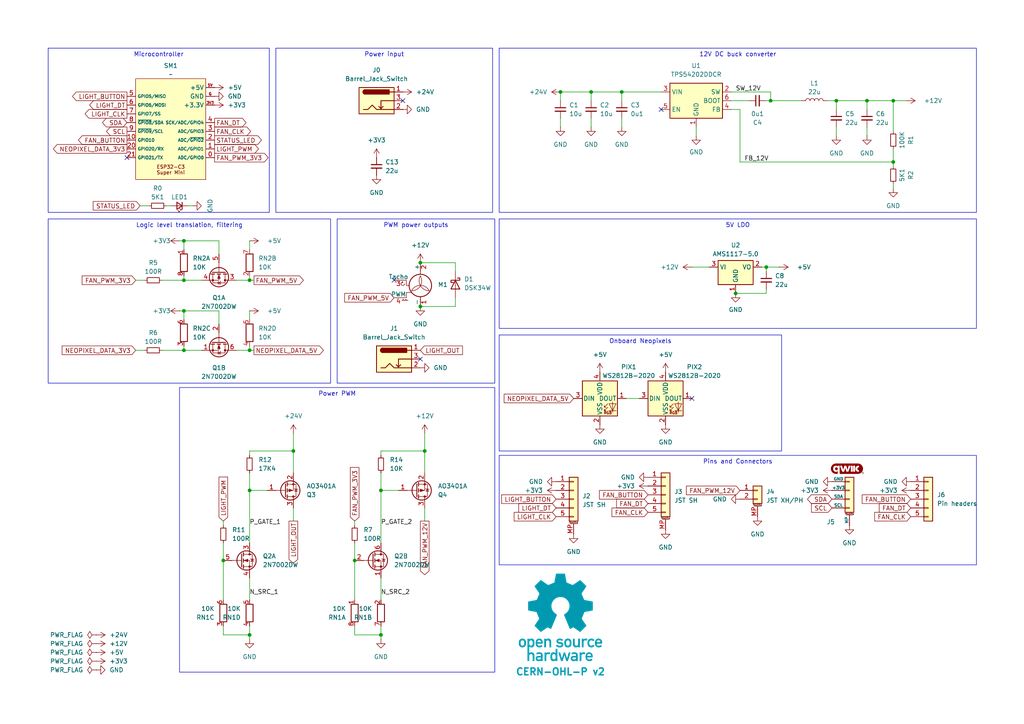
<source format=kicad_sch>
(kicad_sch (version 20231120) (generator "eeschema") (generator_version "8.0")
  (paper "A4")
  (junction (at 53.34 69.85))
  (junction (at 213.36 85.09))
  (junction (at 162.56 26.67))
  (junction (at 110.49 142.24))
  (junction (at 121.92 76.2))
  (junction (at 64.77 162.56))
  (junction (at 171.45 26.67))
  (junction (at 123.19 130.81))
  (junction (at 180.34 26.67))
  (junction (at 222.25 77.47))
  (junction (at 53.34 101.6))
  (junction (at 53.34 81.28))
  (junction (at 110.49 184.15))
  (junction (at 53.34 90.17))
  (junction (at 102.87 162.56))
  (junction (at 259.08 46.99))
  (junction (at 251.46 29.21))
  (junction (at 72.39 81.28))
  (junction (at 242.57 29.21))
  (junction (at 72.39 184.15))
  (junction (at 223.52 29.21))
  (junction (at 72.39 142.24))
  (junction (at 121.92 88.9))
  (junction (at 259.08 29.21))
  (junction (at 85.09 130.81))
  (junction (at 72.39 101.6))
  (no_connect (at 200.66 115.57))
  (no_connect (at 121.92 104.14))
  (no_connect (at 191.77 31.75))
  (no_connect (at 114.3 81.28))
  (no_connect (at 36.83 45.72))
  (no_connect (at 116.84 29.21))
  (wire (pts (xy 242.57 29.21) (xy 251.46 29.21)))
  (wire (pts (xy 72.39 142.24) (xy 72.39 157.48)))
  (wire (pts (xy 132.08 76.2) (xy 121.92 76.2)))
  (wire (pts (xy 52.07 69.85) (xy 53.34 69.85)))
  (wire (pts (xy 214.63 31.75) (xy 212.09 31.75)))
  (wire (pts (xy 53.34 69.85) (xy 53.34 72.39)))
  (wire (pts (xy 132.08 78.74) (xy 132.08 76.2)))
  (wire (pts (xy 72.39 167.64) (xy 72.39 173.99)))
  (wire (pts (xy 52.07 90.17) (xy 53.34 90.17)))
  (wire (pts (xy 72.39 69.85) (xy 72.39 72.39)))
  (wire (pts (xy 251.46 29.21) (xy 259.08 29.21)))
  (wire (pts (xy 110.49 184.15) (xy 110.49 185.42)))
  (wire (pts (xy 123.19 130.81) (xy 123.19 137.16)))
  (wire (pts (xy 213.36 85.09) (xy 222.25 85.09)))
  (wire (pts (xy 72.39 101.6) (xy 73.66 101.6)))
  (wire (pts (xy 110.49 142.24) (xy 115.57 142.24)))
  (wire (pts (xy 102.87 157.48) (xy 102.87 162.56)))
  (wire (pts (xy 110.49 167.64) (xy 110.49 173.99)))
  (wire (pts (xy 123.19 125.73) (xy 123.19 130.81)))
  (wire (pts (xy 72.39 132.08) (xy 72.39 130.81)))
  (wire (pts (xy 180.34 26.67) (xy 191.77 26.67)))
  (wire (pts (xy 63.5 73.66) (xy 63.5 69.85)))
  (wire (pts (xy 222.25 29.21) (xy 223.52 29.21)))
  (wire (pts (xy 102.87 151.13) (xy 102.87 152.4)))
  (wire (pts (xy 72.39 184.15) (xy 72.39 185.42)))
  (wire (pts (xy 39.37 81.28) (xy 41.91 81.28)))
  (wire (pts (xy 251.46 31.75) (xy 251.46 29.21)))
  (wire (pts (xy 226.06 77.47) (xy 222.25 77.47)))
  (wire (pts (xy 180.34 36.83) (xy 180.34 34.29)))
  (wire (pts (xy 214.63 46.99) (xy 214.63 31.75)))
  (wire (pts (xy 63.5 93.98) (xy 63.5 90.17)))
  (wire (pts (xy 72.39 90.17) (xy 72.39 92.71)))
  (wire (pts (xy 64.77 157.48) (xy 64.77 162.56)))
  (wire (pts (xy 55.88 59.69) (xy 54.61 59.69)))
  (wire (pts (xy 110.49 142.24) (xy 110.49 157.48)))
  (wire (pts (xy 242.57 39.37) (xy 242.57 36.83)))
  (wire (pts (xy 200.66 77.47) (xy 205.74 77.47)))
  (wire (pts (xy 46.99 101.6) (xy 53.34 101.6)))
  (wire (pts (xy 39.37 101.6) (xy 41.91 101.6)))
  (wire (pts (xy 102.87 181.61) (xy 102.87 184.15)))
  (wire (pts (xy 212.09 29.21) (xy 217.17 29.21)))
  (wire (pts (xy 110.49 181.61) (xy 110.49 184.15)))
  (wire (pts (xy 53.34 80.01) (xy 53.34 81.28)))
  (wire (pts (xy 102.87 162.56) (xy 102.87 173.99)))
  (wire (pts (xy 53.34 100.33) (xy 53.34 101.6)))
  (wire (pts (xy 259.08 46.99) (xy 259.08 48.26)))
  (wire (pts (xy 53.34 69.85) (xy 63.5 69.85)))
  (wire (pts (xy 222.25 77.47) (xy 220.98 77.47)))
  (wire (pts (xy 85.09 151.13) (xy 85.09 147.32)))
  (wire (pts (xy 181.61 115.57) (xy 185.42 115.57)))
  (wire (pts (xy 222.25 85.09) (xy 222.25 83.82)))
  (wire (pts (xy 171.45 29.21) (xy 171.45 26.67)))
  (wire (pts (xy 110.49 137.16) (xy 110.49 142.24)))
  (wire (pts (xy 123.19 151.13) (xy 123.19 147.32)))
  (wire (pts (xy 72.39 81.28) (xy 73.66 81.28)))
  (wire (pts (xy 72.39 100.33) (xy 72.39 101.6)))
  (wire (pts (xy 64.77 162.56) (xy 64.77 173.99)))
  (wire (pts (xy 222.25 77.47) (xy 222.25 78.74)))
  (wire (pts (xy 68.58 81.28) (xy 72.39 81.28)))
  (wire (pts (xy 162.56 36.83) (xy 162.56 34.29)))
  (wire (pts (xy 212.09 26.67) (xy 223.52 26.67)))
  (wire (pts (xy 102.87 184.15) (xy 110.49 184.15)))
  (wire (pts (xy 259.08 29.21) (xy 259.08 38.1)))
  (wire (pts (xy 214.63 46.99) (xy 259.08 46.99)))
  (wire (pts (xy 68.58 101.6) (xy 72.39 101.6)))
  (wire (pts (xy 132.08 86.36) (xy 132.08 88.9)))
  (wire (pts (xy 121.92 88.9) (xy 132.08 88.9)))
  (wire (pts (xy 259.08 54.61) (xy 259.08 53.34)))
  (wire (pts (xy 72.39 137.16) (xy 72.39 142.24)))
  (wire (pts (xy 223.52 29.21) (xy 232.41 29.21)))
  (wire (pts (xy 64.77 181.61) (xy 64.77 184.15)))
  (wire (pts (xy 110.49 130.81) (xy 123.19 130.81)))
  (wire (pts (xy 64.77 151.13) (xy 64.77 152.4)))
  (wire (pts (xy 110.49 132.08) (xy 110.49 130.81)))
  (wire (pts (xy 251.46 39.37) (xy 251.46 36.83)))
  (wire (pts (xy 72.39 181.61) (xy 72.39 184.15)))
  (wire (pts (xy 72.39 80.01) (xy 72.39 81.28)))
  (wire (pts (xy 53.34 101.6) (xy 58.42 101.6)))
  (wire (pts (xy 43.18 59.69) (xy 40.64 59.69)))
  (wire (pts (xy 171.45 26.67) (xy 180.34 26.67)))
  (wire (pts (xy 162.56 26.67) (xy 171.45 26.67)))
  (wire (pts (xy 46.99 81.28) (xy 53.34 81.28)))
  (wire (pts (xy 72.39 142.24) (xy 77.47 142.24)))
  (wire (pts (xy 223.52 26.67) (xy 223.52 29.21)))
  (wire (pts (xy 85.09 130.81) (xy 85.09 137.16)))
  (wire (pts (xy 259.08 43.18) (xy 259.08 46.99)))
  (wire (pts (xy 53.34 90.17) (xy 53.34 92.71)))
  (wire (pts (xy 53.34 90.17) (xy 63.5 90.17)))
  (wire (pts (xy 259.08 29.21) (xy 262.89 29.21)))
  (wire (pts (xy 242.57 29.21) (xy 242.57 31.75)))
  (wire (pts (xy 162.56 29.21) (xy 162.56 26.67)))
  (wire (pts (xy 72.39 130.81) (xy 85.09 130.81)))
  (wire (pts (xy 53.34 81.28) (xy 58.42 81.28)))
  (wire (pts (xy 85.09 125.73) (xy 85.09 130.81)))
  (wire (pts (xy 64.77 184.15) (xy 72.39 184.15)))
  (wire (pts (xy 48.26 59.69) (xy 49.53 59.69)))
  (wire (pts (xy 180.34 29.21) (xy 180.34 26.67)))
  (wire (pts (xy 240.03 29.21) (xy 242.57 29.21)))
  (wire (pts (xy 201.93 39.37) (xy 201.93 36.83)))
  (wire (pts (xy 171.45 36.83) (xy 171.45 34.29)))
  (image (at 162.56 179.07) (scale 0.37481))
  (text_box "Power input" (at 80.01 13.97 0) (size 62.865 47.625) (effects (font (size 1.27 1.27)) (justify top)))
  (text_box "12V DC buck converter" (at 144.78 13.97 0) (size 138.43 47.625) (effects (font (size 1.27 1.27)) (justify top)))
  (text_box "5V LDO" (at 144.78 63.5 0) (size 138.43 31.75) (effects (font (size 1.27 1.27)) (justify top)))
  (text_box "Microcontroller" (at 13.97 13.97 0) (size 64.135 47.625) (effects (font (size 1.27 1.27)) (justify top)))
  (text_box "PWM power outputs" (at 97.79 63.5 0) (size 45.72 47.625) (effects (font (size 1.27 1.27)) (justify top)))
  (text_box "Onboard Neopixels" (at 144.78 97.155 0) (size 81.915 33.655) (effects (font (size 1.27 1.27)) (justify top)))
  (text_box "Pins and Connectors" (at 144.78 132.08 0) (size 138.43 31.75) (effects (font (size 1.27 1.27)) (justify top)))
  (text_box "Logic level translation, filtering" (at 13.97 63.5 0) (size 81.915 47.625) (effects (font (size 1.27 1.27)) (justify top)))
  (text_box "Power PWM" (at 52.07 112.395 0) (size 91.44 82.55) (effects (font (size 1.27 1.27)) (justify top)))
  (text "CERN-OHL-P v2" (at 162.56 195.072 0) (effects (font (size 2 2) (thickness 0.4) (bold yes))))
  (label "N_SRC_2" (at 110.49 172.72 0))
  (label "SW_12V" (at 213.36 26.67 0))
  (label "N_SRC_1" (at 72.39 172.72 0))
  (label "FB_12V" (at 215.9 46.99 0))
  (label "P_GATE_2" (at 110.49 152.4 0))
  (label "P_GATE_1" (at 72.39 152.4 0))
  (global_label "FAN_PWM_5V" (shape input) (at 114.3 86.36 180) (property "Intersheetrefs" "${INTERSHEET_REFS}" (effects (hide yes))))
  (global_label "LIGHT_PWM" (shape output) (at 62.23 43.18 0) (property "Intersheetrefs" "${INTERSHEET_REFS}" (effects (hide yes))))
  (global_label "FAN_PWM_3V3" (shape output) (at 62.23 45.72 0) (property "Intersheetrefs" "${INTERSHEET_REFS}" (effects (hide yes))))
  (global_label "FAN_CLK" (shape output) (at 62.23 38.1 0) (property "Intersheetrefs" "${INTERSHEET_REFS}" (effects (hide yes))))
  (global_label "LIGHT_BUTTON" (shape output) (at 36.83 27.94 180) (property "Intersheetrefs" "${INTERSHEET_REFS}" (effects (hide yes))))
  (global_label "FAN_BUTTON" (shape input) (at 264.16 144.78 180) (property "Intersheetrefs" "${INTERSHEET_REFS}" (effects (hide yes))))
  (global_label "FAN_CLK" (shape input) (at 187.96 148.59 180) (property "Intersheetrefs" "${INTERSHEET_REFS}" (effects (hide yes))))
  (global_label "LIGHT_BUTTON" (shape input) (at 161.29 144.78 180) (property "Intersheetrefs" "${INTERSHEET_REFS}" (effects (hide yes))))
  (global_label "FAN_PWM_3V3" (shape input) (at 102.87 151.13 90) (property "Intersheetrefs" "${INTERSHEET_REFS}" (effects (hide yes))))
  (global_label "LIGHT_PWM" (shape input) (at 64.77 151.13 90) (property "Intersheetrefs" "${INTERSHEET_REFS}" (effects (hide yes))))
  (global_label "FAN_PWM_12V" (shape output) (at 123.19 151.13 270) (property "Intersheetrefs" "${INTERSHEET_REFS}" (effects (hide yes))))
  (global_label "FAN_DT" (shape input) (at 187.96 146.05 180) (property "Intersheetrefs" "${INTERSHEET_REFS}" (effects (hide yes))))
  (global_label "SDA" (shape bidirectional) (at 36.83 35.56 180) (property "Intersheetrefs" "${INTERSHEET_REFS}" (effects (hide yes))))
  (global_label "STATUS_LED" (shape input) (at 40.64 59.69 180) (property "Intersheetrefs" "${INTERSHEET_REFS}" (effects (hide yes))))
  (global_label "FAN_PWM_3V3" (shape input) (at 39.37 81.28 180) (property "Intersheetrefs" "${INTERSHEET_REFS}" (effects (hide yes))))
  (global_label "NEOPIXEL_DATA_3V3" (shape output) (at 36.83 43.18 180) (property "Intersheetrefs" "${INTERSHEET_REFS}" (effects (hide yes))))
  (global_label "FAN_PWM_12V" (shape input) (at 214.63 142.24 180) (property "Intersheetrefs" "${INTERSHEET_REFS}" (effects (hide yes))))
  (global_label "NEOPIXEL_DATA_5V" (shape input) (at 166.37 115.57 180) (property "Intersheetrefs" "${INTERSHEET_REFS}" (effects (hide yes))))
  (global_label "LIGHT_OUT" (shape input) (at 121.92 101.6 0) (property "Intersheetrefs" "${INTERSHEET_REFS}" (effects (hide yes))))
  (global_label "SCL" (shape output) (at 36.83 38.1 180) (property "Intersheetrefs" "${INTERSHEET_REFS}" (effects (hide yes))))
  (global_label "LIGHT_CLK" (shape input) (at 161.29 149.86 180) (property "Intersheetrefs" "${INTERSHEET_REFS}" (effects (hide yes))))
  (global_label "FAN_CLK" (shape input) (at 264.16 149.86 180) (property "Intersheetrefs" "${INTERSHEET_REFS}" (effects (hide yes))))
  (global_label "SCL" (shape input) (at 241.3 147.32 180) (property "Intersheetrefs" "${INTERSHEET_REFS}" (effects (hide yes))))
  (global_label "FAN_DT" (shape input) (at 264.16 147.32 180) (property "Intersheetrefs" "${INTERSHEET_REFS}" (effects (hide yes))))
  (global_label "LIGHT_OUT" (shape output) (at 85.09 151.13 270) (property "Intersheetrefs" "${INTERSHEET_REFS}" (effects (hide yes))))
  (global_label "LIGHT_CLK" (shape output) (at 36.83 33.02 180) (property "Intersheetrefs" "${INTERSHEET_REFS}" (effects (hide yes))))
  (global_label "LIGHT_DT" (shape output) (at 36.83 30.48 180) (property "Intersheetrefs" "${INTERSHEET_REFS}" (effects (hide yes))))
  (global_label "NEOPIXEL_DATA_5V" (shape output) (at 73.66 101.6 0) (property "Intersheetrefs" "${INTERSHEET_REFS}" (effects (hide yes))))
  (global_label "FAN_BUTTON" (shape input) (at 187.96 143.51 180) (property "Intersheetrefs" "${INTERSHEET_REFS}" (effects (hide yes))))
  (global_label "FAN_DT" (shape output) (at 62.23 35.56 0) (property "Intersheetrefs" "${INTERSHEET_REFS}" (effects (hide yes))))
  (global_label "STATUS_LED" (shape output) (at 62.23 40.64 0) (property "Intersheetrefs" "${INTERSHEET_REFS}" (effects (hide yes))))
  (global_label "FAN_PWM_5V" (shape output) (at 73.66 81.28 0) (property "Intersheetrefs" "${INTERSHEET_REFS}" (effects (hide yes))))
  (global_label "NEOPIXEL_DATA_3V3" (shape input) (at 39.37 101.6 180) (property "Intersheetrefs" "${INTERSHEET_REFS}" (effects (hide yes))))
  (global_label "SDA" (shape bidirectional) (at 241.3 144.78 180) (property "Intersheetrefs" "${INTERSHEET_REFS}" (effects (hide yes))))
  (global_label "FAN_BUTTON" (shape output) (at 36.83 40.64 180) (property "Intersheetrefs" "${INTERSHEET_REFS}" (effects (hide yes))))
  (global_label "LIGHT_DT" (shape input) (at 161.29 147.32 180) (property "Intersheetrefs" "${INTERSHEET_REFS}" (effects (hide yes))))
  (symbol (lib_id "Device:R_Pack04_Split") (at 72.39 177.8 0) (unit 4)
    (property "Reference" "RN1" (at 69.85 179.0701 0) (effects (justify right)))
    (property "Value" "10K" (at 69.85 176.5301 0) (effects (justify right)))
    (property "Footprint" "Resistor_SMD:R_Array_Convex_4x0603" (effects (hide yes)))
    (property "Description" "4 resistor network, parallel topology, split" (effects (hide yes)))
  )
  (symbol (lib_id "Device:C_Small") (at 242.57 34.29 0) (unit 1)
    (property "Reference" "C5" (at 245.11 33.0262 0) (effects (justify left)))
    (property "Value" "22u" (at 245.11 35.5662 0) (effects (justify left)))
    (property "Footprint" "custom:C_0805_2012Metric_Pad1.18x1.45mm_HandSolder" (effects (hide yes)))
    (property "Description" "Unpolarized capacitor, small symbol" (effects (hide yes)))
  )
  (symbol (lib_id "power:GND") (at 62.23 27.94 90) (mirror x) (unit 1)
    (property "Reference" "#PWR05" (effects (hide yes)))
    (property "Value" "GND" (at 66.04 27.9401 90) (effects (justify right)))
    (property "Description" "Power symbol creates a global label with name \"GND\" , ground" (effects (hide yes)))
  )
  (symbol (lib_id "Device:R_Pack04_Split") (at 72.39 76.2 0) (unit 2)
    (property "Reference" "RN2" (at 74.93 74.9299 0) (effects (justify left)))
    (property "Value" "10K" (at 74.93 77.4699 0) (effects (justify left)))
    (property "Footprint" "Resistor_SMD:R_Array_Convex_4x0603" (effects (hide yes)))
    (property "Description" "4 resistor network, parallel topology, split" (effects (hide yes)))
  )
  (symbol (lib_id "power:+5V") (at 173.99 107.95 0) (unit 1)
    (property "Reference" "#PWR043" (effects (hide yes)))
    (property "Value" "+5V" (at 173.99 102.87 0))
    (property "Description" "Power symbol creates a global label with name \"+5V\"" (effects (hide yes)))
  )
  (symbol (lib_id "Device:R_Small") (at 45.72 59.69 270) (mirror x) (unit 1)
    (property "Reference" "R0" (at 45.72 54.61 90))
    (property "Value" "5K1" (at 45.72 57.15 90))
    (property "Footprint" "Resistor_SMD:R_0603_1608Metric_Pad0.98x0.95mm_HandSolder" (effects (hide yes)))
    (property "Description" "Resistor, small symbol" (effects (hide yes)))
  )
  (symbol (lib_id "Device:R_Small") (at 72.39 134.62 0) (unit 1)
    (property "Reference" "R12" (at 74.93 133.3499 0) (effects (justify left)))
    (property "Value" "17K4" (at 74.93 135.8899 0) (effects (justify left)))
    (property "Footprint" "Resistor_SMD:R_0603_1608Metric_Pad0.98x0.95mm_HandSolder" (effects (hide yes)))
    (property "Description" "Resistor, small symbol" (effects (hide yes)))
  )
  (symbol (lib_id "power:VCC") (at 123.19 125.73 0) (unit 1)
    (property "Reference" "#PWR050" (effects (hide yes)))
    (property "Value" "+12V" (at 123.19 120.65 0))
    (property "Description" "Power symbol creates a global label with name \"VCC\"" (effects (hide yes)))
  )
  (symbol (lib_id "Device:R_Small") (at 259.08 40.64 0) (mirror x) (unit 1)
    (property "Reference" "R1" (at 264.16 40.64 90))
    (property "Value" "100K" (at 261.62 40.64 90))
    (property "Footprint" "Resistor_SMD:R_0603_1608Metric_Pad0.98x0.95mm_HandSolder" (effects (hide yes)))
    (property "Description" "Resistor, small symbol" (effects (hide yes)))
  )
  (symbol (lib_id "power:+5V") (at 262.89 29.21 270) (unit 1)
    (property "Reference" "#PWR019" (effects (hide yes)))
    (property "Value" "+12V" (at 267.97 29.2099 90) (effects (justify left)))
    (property "Description" "Power symbol creates a global label with name \"+5V\"" (effects (hide yes)))
  )
  (symbol (lib_id "lcsc:2N7002DW") (at 107.95 162.56 0) (unit 2)
    (property "Reference" "Q2" (at 114.3 161.2899 0) (effects (justify left)))
    (property "Value" "2N7002DW" (at 114.3 163.8299 0) (effects (justify left)))
    (property "Footprint" "Package_TO_SOT_SMD:SOT-363_SC-70-6" (effects (hide yes)))
    (property "Datasheet" "https://www.onsemi.com/download/data-sheet/pdf/2n7002dw-d.pdf" (effects (hide yes)))
    (property "Description" "0.115A Id, 60V Vds, Dual N-Channel MOSFET, SOT-23-6" (effects (hide yes)))
    (property "LCSC Part" "C5190214" (effects (hide yes)))
    (property "JLCPCB_CORRECTION" "0; 0; 270" (effects (hide yes)))
  )
  (symbol (lib_id "LED:WS2812B-2020") (at 193.04 115.57 0) (unit 1)
    (property "Reference" "PIX2" (at 201.422 106.426 0))
    (property "Value" "WS2812B-2020" (at 201.422 108.966 0))
    (property "Footprint" "lcsc:LED-SMD_4P-L2.0-W2.0-BR-1" (effects (hide yes)))
    (property "Datasheet" "https://cdn-shop.adafruit.com/product-files/4684/4684_WS2812B-2020_V1.3_EN.pdf" (effects (hide yes)))
    (property "Description" "RGB LED with integrated controller, 2.0 x 2.0 mm, 12 mA" (effects (hide yes)))
  )
  (symbol (lib_id "Device:C_Small") (at 251.46 34.29 0) (unit 1)
    (property "Reference" "C6" (at 254 33.0262 0) (effects (justify left)))
    (property "Value" "22u" (at 254 35.5662 0) (effects (justify left)))
    (property "Footprint" "custom:C_0805_2012Metric_Pad1.18x1.45mm_HandSolder" (effects (hide yes)))
    (property "Description" "Unpolarized capacitor, small symbol" (effects (hide yes)))
  )
  (symbol (lib_id "power:GND") (at 109.22 50.8 0) (unit 1)
    (property "Reference" "#PWR034" (effects (hide yes)))
    (property "Value" "GND" (at 109.22 55.88 0))
  )
  (symbol (lib_id "power:+3V3") (at 52.07 69.85 90) (unit 1)
    (property "Reference" "#PWR039" (effects (hide yes)))
    (property "Value" "+3V3" (at 49.53 69.8499 90) (effects (justify left)))
    (property "Description" "Power symbol creates a global label with name \"+3V3\"" (effects (hide yes)))
  )
  (symbol (lib_id "Device:C_Small") (at 162.56 31.75 0) (unit 1)
    (property "Reference" "C1" (at 165.1 30.4862 0) (effects (justify left)))
    (property "Value" "10u" (at 165.1 33.0262 0) (effects (justify left)))
    (property "Footprint" "custom:C_0603_1608Metric_Pad1.08x0.95mm_HandSolder" (effects (hide yes)))
    (property "Description" "Unpolarized capacitor, small symbol" (effects (hide yes)))
  )
  (symbol (lib_id "power:VCC") (at 62.23 30.48 270) (mirror x) (unit 1)
    (property "Reference" "#PWR04" (effects (hide yes)))
    (property "Value" "+3V3" (at 66.04 30.4801 90) (effects (justify left)))
    (property "Description" "Power symbol creates a global label with name \"VCC\"" (effects (hide yes)))
  )
  (symbol (lib_id "power:GND") (at 193.04 153.67 0) (unit 1)
    (property "Reference" "#PWR056" (effects (hide yes)))
    (property "Value" "GND" (at 193.04 158.75 0))
    (property "Description" "Power symbol creates a global label with name \"GND\" , ground" (effects (hide yes)))
  )
  (symbol (lib_id "power:PWR_FLAG") (at 27.94 184.15 90) (unit 1)
    (property "Reference" "#FLG05" (effects (hide yes)))
    (property "Value" "PWR_FLAG" (at 24.13 184.1499 90) (effects (justify left)))
    (property "Description" "Special symbol for telling ERC where power comes from" (effects (hide yes)))
  )
  (symbol (lib_id "Connector:Barrel_Jack_Switch") (at 114.3 104.14 0) (unit 1)
    (property "Reference" "J1" (at 114.3 95.25 0))
    (property "Value" "Barrel_Jack_Switch" (at 114.3 97.79 0))
    (property "Footprint" "custom:DC-IN_DC-050-2.0-BB_rev2" (effects (hide yes)))
    (property "Description" "DC Barrel Jack with an internal switch" (effects (hide yes)))
  )
  (symbol (lib_id "power:+5V") (at 226.06 77.47 270) (unit 1)
    (property "Reference" "#PWR021" (effects (hide yes)))
    (property "Value" "+5V" (at 231.14 77.4699 90) (effects (justify left)))
    (property "Description" "Power symbol creates a global label with name \"+5V\"" (effects (hide yes)))
  )
  (symbol (lib_id "power:VCC") (at 121.92 76.2 0) (unit 1)
    (property "Reference" "#PWR08" (effects (hide yes)))
    (property "Value" "+12V" (at 121.92 71.12 0))
    (property "Description" "Power symbol creates a global label with name \"VCC\"" (effects (hide yes)))
  )
  (symbol (lib_id "Device:R_Small") (at 44.45 81.28 270) (mirror x) (unit 1)
    (property "Reference" "R5" (at 44.45 76.2 90))
    (property "Value" "100R" (at 44.45 78.74 90))
    (property "Footprint" "Resistor_SMD:R_0603_1608Metric_Pad0.98x0.95mm_HandSolder" (effects (hide yes)))
    (property "Description" "Resistor, small symbol" (effects (hide yes)))
  )
  (symbol (lib_id "power:GND") (at 259.08 54.61 0) (unit 1)
    (property "Reference" "#PWR018" (effects (hide yes)))
    (property "Value" "GND" (at 259.08 59.69 0))
    (property "Description" "Power symbol creates a global label with name \"GND\" , ground" (effects (hide yes)))
  )
  (symbol (lib_id "power:GND") (at 241.3 139.7 270) (unit 1)
    (property "Reference" "#PWR060" (effects (hide yes)))
    (property "Value" "GND" (at 237.49 139.6999 90) (effects (justify right)))
    (property "Description" "Power symbol creates a global label with name \"GND\" , ground" (effects (hide yes)))
  )
  (symbol (lib_id "power:VCC") (at 161.29 142.24 90) (unit 1)
    (property "Reference" "#PWR052" (effects (hide yes)))
    (property "Value" "+3V3" (at 157.48 142.2399 90) (effects (justify left)))
    (property "Description" "Power symbol creates a global label with name \"VCC\"" (effects (hide yes)))
  )
  (symbol (lib_id "power:VCC") (at 27.94 191.77 270) (unit 1)
    (property "Reference" "#PWR01" (effects (hide yes)))
    (property "Value" "+3V3" (at 31.75 191.7699 90) (effects (justify left)))
    (property "Description" "Power symbol creates a global label with name \"VCC\"" (effects (hide yes)))
  )
  (symbol (lib_id "modules:ESP32-C3-Super-Mini") (at 49.53 36.83 0) (unit 1)
    (property "Reference" "SM1" (at 49.53 19.05 0))
    (property "Value" "~" (at 49.53 21.59 0))
    (property "Footprint" "modules:ESP32-C3-Super-Mini-Castellated-SMD-only" (effects (hide yes)))
  )
  (symbol (lib_id "power:+3V3") (at 52.07 90.17 90) (unit 1)
    (property "Reference" "#PWR040" (effects (hide yes)))
    (property "Value" "+3V3" (at 49.53 90.1699 90) (effects (justify left)))
    (property "Description" "Power symbol creates a global label with name \"+3V3\"" (effects (hide yes)))
  )
  (symbol (lib_id "Regulator_Linear:AMS1117-5.0") (at 213.36 77.47 0) (unit 1)
    (property "Reference" "U2" (at 213.36 71.12 0))
    (property "Value" "AMS1117-5.0" (at 213.36 73.66 0))
    (property "Footprint" "Package_TO_SOT_SMD:SOT-223-3_TabPin2" (effects (hide yes)))
    (property "Datasheet" "http://www.advanced-monolithic.com/pdf/ds1117.pdf" (effects (hide yes)))
    (property "Description" "1A Low Dropout regulator, positive, 5.0V fixed output, SOT-223" (effects (hide yes)))
  )
  (symbol (lib_id "power:VCC") (at 62.23 25.4 270) (unit 1)
    (property "Reference" "#PWR03" (effects (hide yes)))
    (property "Value" "+5V" (at 66.04 25.3999 90) (effects (justify left)))
    (property "Description" "Power symbol creates a global label with name \"VCC\"" (effects (hide yes)))
  )
  (symbol (lib_id "Device:C_Small") (at 180.34 31.75 0) (unit 1)
    (property "Reference" "C3" (at 182.88 30.4862 0) (effects (justify left)))
    (property "Value" "0u1" (at 182.88 33.0262 0) (effects (justify left)))
    (property "Footprint" "custom:C_0603_1608Metric_Pad1.08x0.95mm_HandSolder" (effects (hide yes)))
    (property "Description" "Unpolarized capacitor, small symbol" (effects (hide yes)))
  )
  (symbol (lib_id "power:VCC") (at 27.94 189.23 270) (unit 1)
    (property "Reference" "#PWR06" (effects (hide yes)))
    (property "Value" "+5V" (at 31.75 189.2299 90) (effects (justify left)))
    (property "Description" "Power symbol creates a global label with name \"VCC\"" (effects (hide yes)))
  )
  (symbol (lib_id "Device:D_Schottky") (at 132.08 82.55 270) (unit 1)
    (property "Reference" "D1" (at 134.62 80.9624 90) (effects (justify left)))
    (property "Value" "DSK34W" (at 134.62 83.5024 90) (effects (justify left)))
    (property "Footprint" "custom:D_SOD-123F_simple" (effects (hide yes)))
    (property "Description" "Schottky diode" (effects (hide yes)))
  )
  (symbol (lib_id "power:GND") (at 180.34 36.83 0) (unit 1)
    (property "Reference" "#PWR014" (effects (hide yes)))
    (property "Value" "GND" (at 180.34 41.91 0))
    (property "Description" "Power symbol creates a global label with name \"GND\" , ground" (effects (hide yes)))
  )
  (symbol (lib_id "Motor:Fan_4pin") (at 121.92 83.82 0) (unit 1)
    (property "Reference" "M1" (at 127 82.5499 0) (effects (justify left)))
    (property "Value" "KF2510" (effects (hide yes)))
    (property "Footprint" "connectors:FanPinHeader_1x04_P2.54mm_Horizontal" (effects (hide yes)))
    (property "Datasheet" "http://www.formfactors.org/developer%5Cspecs%5Crev1_2_public.pdf" (effects (hide yes)))
    (property "Description" "Fan, tacho output, PWM input, 4-pin connector" (effects (hide yes)))
  )
  (symbol (lib_id "Transistor_FET:AO3401A") (at 82.55 142.24 0) (mirror x) (unit 1)
    (property "Reference" "Q3" (at 88.9 143.5101 0) (effects (justify left)))
    (property "Value" "AO3401A" (at 88.9 140.9701 0) (effects (justify left)))
    (property "Footprint" "Package_TO_SOT_SMD:SOT-23" (effects (hide yes)))
    (property "Datasheet" "http://www.aosmd.com/pdfs/datasheet/AO3401A.pdf" (effects (hide yes)))
    (property "Description" "-4.0A Id, -30V Vds, P-Channel MOSFET, SOT-23" (effects (hide yes)))
  )
  (symbol (lib_id "power:GND") (at 27.94 194.31 90) (unit 1)
    (property "Reference" "#PWR02" (effects (hide yes)))
    (property "Value" "GND" (at 31.75 194.3099 90) (effects (justify right)))
    (property "Description" "Power symbol creates a global label with name \"GND\" , ground" (effects (hide yes)))
  )
  (symbol (lib_id "power:GND") (at 121.92 106.68 90) (unit 1)
    (property "Reference" "#PWR031" (effects (hide yes)))
    (property "Value" "GND" (at 125.73 106.6799 90) (effects (justify right)))
    (property "Description" "Power symbol creates a global label with name \"GND\" , ground" (effects (hide yes)))
  )
  (symbol (lib_id "lcsc:2N7002DW") (at 69.85 162.56 0) (unit 1)
    (property "Reference" "Q2" (at 76.2 161.2899 0) (effects (justify left)))
    (property "Value" "2N7002DW" (at 76.2 163.8299 0) (effects (justify left)))
    (property "Footprint" "Package_TO_SOT_SMD:SOT-363_SC-70-6" (effects (hide yes)))
    (property "Datasheet" "https://www.onsemi.com/download/data-sheet/pdf/2n7002dw-d.pdf" (effects (hide yes)))
    (property "Description" "0.115A Id, 60V Vds, Dual N-Channel MOSFET, SOT-23-6" (effects (hide yes)))
    (property "LCSC Part" "C5190214" (effects (hide yes)))
    (property "JLCPCB_CORRECTION" "0; 0; 270" (effects (hide yes)))
  )
  (symbol (lib_id "Transistor_FET:AO3401A") (at 120.65 142.24 0) (mirror x) (unit 1)
    (property "Reference" "Q4" (at 127 143.5101 0) (effects (justify left)))
    (property "Value" "AO3401A" (at 127 140.9701 0) (effects (justify left)))
    (property "Footprint" "Package_TO_SOT_SMD:SOT-23" (effects (hide yes)))
    (property "Datasheet" "http://www.aosmd.com/pdfs/datasheet/AO3401A.pdf" (effects (hide yes)))
    (property "Description" "-4.0A Id, -30V Vds, P-Channel MOSFET, SOT-23" (effects (hide yes)))
  )
  (symbol (lib_id "Connector_Generic:Conn_01x05") (at 269.24 144.78 0) (unit 1)
    (property "Reference" "J6" (at 271.78 143.5099 0) (effects (justify left)))
    (property "Value" "Pin headers" (at 271.78 146.0499 0) (effects (justify left)))
    (property "Footprint" "custom:PinHeader_1x05_P2.54mm_Vertical_simple_pad1gnd" (effects (hide yes)))
    (property "Description" "Generic connector, single row, 01x05, script generated (kicad-library-utils/schlib/autogen/connector/)" (effects (hide yes)))
  )
  (symbol (lib_id "power:VCC") (at 241.3 142.24 90) (unit 1)
    (property "Reference" "#PWR061" (effects (hide yes)))
    (property "Value" "+3V3" (at 237.49 142.2399 90) (effects (justify left)))
    (property "Description" "Power symbol creates a global label with name \"VCC\"" (effects (hide yes)))
  )
  (symbol (lib_id "power:+5V") (at 193.04 107.95 0) (unit 1)
    (property "Reference" "#PWR045" (effects (hide yes)))
    (property "Value" "+5V" (at 193.04 102.87 0))
    (property "Description" "Power symbol creates a global label with name \"+5V\"" (effects (hide yes)))
  )
  (symbol (lib_id "power:PWR_FLAG") (at 27.94 186.69 90) (unit 1)
    (property "Reference" "#FLG04" (effects (hide yes)))
    (property "Value" "PWR_FLAG" (at 24.13 186.6899 90) (effects (justify left)))
    (property "Description" "Special symbol for telling ERC where power comes from" (effects (hide yes)))
  )
  (symbol (lib_id "power:GND") (at 173.99 123.19 0) (unit 1)
    (property "Reference" "#PWR044" (effects (hide yes)))
    (property "Value" "GND" (at 173.99 128.27 0))
    (property "Description" "Power symbol creates a global label with name \"GND\" , ground" (effects (hide yes)))
  )
  (symbol (lib_id "power:VCC") (at 116.84 26.67 270) (unit 1)
    (property "Reference" "#PWR029" (effects (hide yes)))
    (property "Value" "+24V" (at 120.65 26.6699 90) (effects (justify left)))
    (property "Description" "Power symbol creates a global label with name \"VCC\"" (effects (hide yes)))
  )
  (symbol (lib_id "connectors:Qwiic") (at 246.38 142.24 0) (unit 1)
    (property "Reference" "J5" (at 239.776 151.384 0) (effects (justify left)))
    (property "Value" "Qwiic" (effects (hide yes)))
    (property "Footprint" "connectors:Qwiic-SMD-horizontal-logo-bottom-pinout" (effects (hide yes)))
    (property "Datasheet" "https://www.sparkfun.com/qwiic" (effects (hide yes)))
    (property "Description" "Qwiic connector, JST SH 1.0mm 1x04" (effects (hide yes)))
  )
  (symbol (lib_id "power:GND") (at 187.96 138.43 270) (unit 1)
    (property "Reference" "#PWR054" (effects (hide yes)))
    (property "Value" "GND" (at 184.15 138.4299 90) (effects (justify right)))
    (property "Description" "Power symbol creates a global label with name \"GND\" , ground" (effects (hide yes)))
  )
  (symbol (lib_id "lcsc:2N7002DW") (at 63.5 99.06 270) (unit 2)
    (property "Reference" "Q1" (at 63.5 106.68 90))
    (property "Value" "2N7002DW" (at 63.5 109.22 90))
    (property "Footprint" "Package_TO_SOT_SMD:SOT-363_SC-70-6" (effects (hide yes)))
    (property "Datasheet" "https://www.onsemi.com/download/data-sheet/pdf/2n7002dw-d.pdf" (effects (hide yes)))
    (property "Description" "0.115A Id, 60V Vds, Dual N-Channel MOSFET, SOT-23-6" (effects (hide yes)))
    (property "LCSC Part" "C5190214" (effects (hide yes)))
    (property "JLCPCB_CORRECTION" "0; 0; 270" (effects (hide yes)))
  )
  (symbol (lib_id "Device:R_Pack04_Split") (at 110.49 177.8 180) (unit 2)
    (property "Reference" "RN1" (at 107.95 179.0701 0) (effects (justify left)))
    (property "Value" "10K" (at 107.95 176.5301 0) (effects (justify left)))
    (property "Footprint" "Resistor_SMD:R_Array_Convex_4x0603" (effects (hide yes)))
    (property "Description" "4 resistor network, parallel topology, split" (effects (hide yes)))
  )
  (symbol (lib_id "Device:LED_Small") (at 52.07 59.69 180) (unit 1)
    (property "Reference" "LED1" (at 52.07 57.15 0))
    (property "Value" "LED_Small" (effects (hide yes)))
    (property "Footprint" "custom:LED_0603_1608Metric_Pad1.05x0.95mm_HandSolder_simple" (effects (hide yes)))
    (property "Description" "Light emitting diode, small symbol" (effects (hide yes)))
  )
  (symbol (lib_id "Device:C_Small") (at 171.45 31.75 0) (unit 1)
    (property "Reference" "C2" (at 173.99 30.4862 0) (effects (justify left)))
    (property "Value" "10u" (at 173.99 33.0262 0) (effects (justify left)))
    (property "Footprint" "custom:C_0603_1608Metric_Pad1.08x0.95mm_HandSolder" (effects (hide yes)))
    (property "Description" "Unpolarized capacitor, small symbol" (effects (hide yes)))
  )
  (symbol (lib_id "power:GND") (at 55.88 59.69 90) (unit 1)
    (property "Reference" "#PWR032" (effects (hide yes)))
    (property "Value" "GND" (at 60.96 59.69 0))
    (property "Description" "Power symbol creates a global label with name \"GND\" , ground" (effects (hide yes)))
  )
  (symbol (lib_id "Device:C_Small") (at 109.22 48.26 0) (unit 1)
    (property "Reference" "C13" (at 111.76 46.9962 0) (effects (justify left)))
    (property "Value" "22u" (at 111.76 49.5362 0) (effects (justify left)))
    (property "Footprint" "custom:C_0603_1608Metric_Pad1.08x0.95mm_HandSolder" (effects (hide yes)))
    (property "Description" "Unpolarized capacitor, small symbol" (effects (hide yes)))
  )
  (symbol (lib_id "Device:R_Small") (at 44.45 101.6 270) (mirror x) (unit 1)
    (property "Reference" "R6" (at 44.45 96.52 90))
    (property "Value" "100R" (at 44.45 99.06 90))
    (property "Footprint" "Resistor_SMD:R_0603_1608Metric_Pad0.98x0.95mm_HandSolder" (effects (hide yes)))
    (property "Description" "Resistor, small symbol" (effects (hide yes)))
  )
  (symbol (lib_id "power:GND") (at 161.29 139.7 270) (unit 1)
    (property "Reference" "#PWR051" (effects (hide yes)))
    (property "Value" "GND" (at 157.48 139.6999 90) (effects (justify right)))
    (property "Description" "Power symbol creates a global label with name \"GND\" , ground" (effects (hide yes)))
  )
  (symbol (lib_id "lcsc:2N7002DW") (at 63.5 78.74 270) (unit 1)
    (property "Reference" "Q1" (at 63.5 86.36 90))
    (property "Value" "2N7002DW" (at 63.5 88.9 90))
    (property "Footprint" "Package_TO_SOT_SMD:SOT-363_SC-70-6" (effects (hide yes)))
    (property "Datasheet" "https://www.onsemi.com/download/data-sheet/pdf/2n7002dw-d.pdf" (effects (hide yes)))
    (property "Description" "0.115A Id, 60V Vds, Dual N-Channel MOSFET, SOT-23-6" (effects (hide yes)))
    (property "LCSC Part" "C5190214" (effects (hide yes)))
    (property "JLCPCB_CORRECTION" "0; 0; 270" (effects (hide yes)))
  )
  (symbol (lib_name "TPS54202DDCR_1") (lib_id "lcsc:TPS54202DDCR") (at 201.93 29.21 0) (unit 1)
    (property "Reference" "U1" (at 201.93 19.05 0))
    (property "Value" "TPS54202DDCR" (at 201.93 21.59 0))
    (property "Footprint" "Package_TO_SOT_SMD:SOT-23-6" (effects (hide yes)))
    (property "Datasheet" "http://www.ti.com/lit/ds/symlink/tps563200.pdf" (effects (hide yes)))
    (property "Description" "2A Synchronous Step-Down Voltage Regulator, Adjustable Output Voltage, 4.5-28V Input Voltage, SOT-23-6" (effects (hide yes)))
    (property "LCSC Part" "C191884" (effects (hide yes)))
  )
  (symbol (lib_id "power:+5V") (at 72.39 69.85 270) (unit 1)
    (property "Reference" "#PWR041" (effects (hide yes)))
    (property "Value" "+5V" (at 77.47 69.8499 90) (effects (justify left)))
    (property "Description" "Power symbol creates a global label with name \"+5V\"" (effects (hide yes)))
  )
  (symbol (lib_id "power:PWR_FLAG") (at 27.94 191.77 90) (unit 1)
    (property "Reference" "#FLG01" (effects (hide yes)))
    (property "Value" "PWR_FLAG" (at 24.13 191.7699 90) (effects (justify left)))
    (property "Description" "Special symbol for telling ERC where power comes from" (effects (hide yes)))
  )
  (symbol (lib_id "Device:C_Small") (at 219.71 29.21 90) (mirror x) (unit 1)
    (property "Reference" "C4" (at 219.7163 35.56 90))
    (property "Value" "0u1" (at 219.7163 33.02 90))
    (property "Footprint" "custom:C_0603_1608Metric_Pad1.08x0.95mm_HandSolder" (effects (hide yes)))
    (property "Description" "Unpolarized capacitor, small symbol" (effects (hide yes)))
  )
  (symbol (lib_id "power:GND") (at 166.37 154.94 0) (unit 1)
    (property "Reference" "#PWR053" (effects (hide yes)))
    (property "Value" "GND" (at 166.37 160.02 0))
    (property "Description" "Power symbol creates a global label with name \"GND\" , ground" (effects (hide yes)))
  )
  (symbol (lib_id "Connector_Generic_MountingPin:Conn_01x05_MountingPin") (at 166.37 144.78 0) (unit 1)
    (property "Reference" "J2" (at 168.91 143.8655 0) (effects (justify left)))
    (property "Value" "JST SH" (at 168.91 146.4055 0) (effects (justify left)))
    (property "Footprint" "custom:JST_SH_SM05B-SRSS-TB_1x05-1MP_P1.00mm_Horizontal" (effects (hide yes)))
    (property "Description" "Generic connectable mounting pin connector, single row, 01x05, script generated (kicad-library-utils/schlib/autogen/connector/)" (effects (hide yes)))
  )
  (symbol (lib_id "Device:R_Small") (at 259.08 50.8 0) (mirror x) (unit 1)
    (property "Reference" "R2" (at 264.16 50.8 90))
    (property "Value" "5K1" (at 261.62 50.8 90))
    (property "Footprint" "Resistor_SMD:R_0603_1608Metric_Pad0.98x0.95mm_HandSolder" (effects (hide yes)))
    (property "Description" "Resistor, small symbol" (effects (hide yes)))
  )
  (symbol (lib_id "power:GND") (at 213.36 85.09 0) (unit 1)
    (property "Reference" "#PWR022" (effects (hide yes)))
    (property "Value" "GND" (at 213.36 89.8201 0))
    (property "Description" "Power symbol creates a global label with name \"GND\" , ground" (effects (hide yes)))
  )
  (symbol (lib_id "power:+5V") (at 72.39 90.17 270) (unit 1)
    (property "Reference" "#PWR042" (effects (hide yes)))
    (property "Value" "+5V" (at 77.47 90.1699 90) (effects (justify left)))
    (property "Description" "Power symbol creates a global label with name \"+5V\"" (effects (hide yes)))
  )
  (symbol (lib_id "Connector:Barrel_Jack_Switch") (at 109.22 29.21 0) (unit 1)
    (property "Reference" "J0" (at 109.22 20.32 0))
    (property "Value" "Barrel_Jack_Switch" (at 109.22 22.86 0))
    (property "Footprint" "custom:DC-IN_DC-050-2.0-BB_rev2" (effects (hide yes)))
    (property "Description" "DC Barrel Jack with an internal switch" (effects (hide yes)))
  )
  (symbol (lib_id "power:GND") (at 201.93 39.37 0) (unit 1)
    (property "Reference" "#PWR015" (effects (hide yes)))
    (property "Value" "GND" (at 201.93 44.1001 0))
    (property "Description" "Power symbol creates a global label with name \"GND\" , ground" (effects (hide yes)))
  )
  (symbol (lib_id "power:PWR_FLAG") (at 27.94 189.23 90) (unit 1)
    (property "Reference" "#FLG03" (effects (hide yes)))
    (property "Value" "PWR_FLAG" (at 24.13 189.2299 90) (effects (justify left)))
    (property "Description" "Special symbol for telling ERC where power comes from" (effects (hide yes)))
  )
  (symbol (lib_id "power:GND") (at 110.49 185.42 0) (unit 1)
    (property "Reference" "#PWR049" (effects (hide yes)))
    (property "Value" "GND" (at 110.49 190.5 0))
    (property "Description" "Power symbol creates a global label with name \"GND\" , ground" (effects (hide yes)))
  )
  (symbol (lib_id "power:VCC") (at 85.09 125.73 0) (unit 1)
    (property "Reference" "#PWR048" (effects (hide yes)))
    (property "Value" "+24V" (at 85.09 120.65 0))
    (property "Description" "Power symbol creates a global label with name \"VCC\"" (effects (hide yes)))
  )
  (symbol (lib_id "Device:R_Small") (at 64.77 154.94 180) (unit 1)
    (property "Reference" "R11" (at 67.31 153.6699 0) (effects (justify right)))
    (property "Value" "100R" (at 67.31 156.2099 0) (effects (justify right)))
    (property "Footprint" "Resistor_SMD:R_0603_1608Metric_Pad0.98x0.95mm_HandSolder" (effects (hide yes)))
    (property "Description" "Resistor, small symbol" (effects (hide yes)))
  )
  (symbol (lib_id "power:VCC") (at 187.96 140.97 90) (unit 1)
    (property "Reference" "#PWR055" (effects (hide yes)))
    (property "Value" "+3V3" (at 184.15 140.9699 90) (effects (justify left)))
    (property "Description" "Power symbol creates a global label with name \"VCC\"" (effects (hide yes)))
  )
  (symbol (lib_id "Connector_Generic_MountingPin:Conn_01x05_MountingPin") (at 193.04 143.51 0) (unit 1)
    (property "Reference" "J3" (at 195.58 142.5955 0) (effects (justify left)))
    (property "Value" "JST SH" (at 195.58 145.1355 0) (effects (justify left)))
    (property "Footprint" "custom:JST_SH_SM05B-SRSS-TB_1x05-1MP_P1.00mm_Horizontal" (effects (hide yes)))
    (property "Description" "Generic connectable mounting pin connector, single row, 01x05, script generated (kicad-library-utils/schlib/autogen/connector/)" (effects (hide yes)))
  )
  (symbol (lib_id "Device:C_Small") (at 222.25 81.28 0) (unit 1)
    (property "Reference" "C8" (at 224.79 80.0162 0) (effects (justify left)))
    (property "Value" "22u" (at 224.79 82.5562 0) (effects (justify left)))
    (property "Footprint" "custom:C_0805_2012Metric_Pad1.18x1.45mm_HandSolder" (effects (hide yes)))
    (property "Description" "Unpolarized capacitor, small symbol" (effects (hide yes)))
  )
  (symbol (lib_id "power:PWR_FLAG") (at 27.94 194.31 90) (unit 1)
    (property "Reference" "#FLG02" (effects (hide yes)))
    (property "Value" "PWR_FLAG" (at 24.13 194.3099 90) (effects (justify left)))
    (property "Description" "Special symbol for telling ERC where power comes from" (effects (hide yes)))
  )
  (symbol (lib_id "power:GND") (at 251.46 39.37 0) (unit 1)
    (property "Reference" "#PWR017" (effects (hide yes)))
    (property "Value" "GND" (at 251.46 44.45 0))
    (property "Description" "Power symbol creates a global label with name \"GND\" , ground" (effects (hide yes)))
  )
  (symbol (lib_id "power:GND") (at 162.56 36.83 0) (unit 1)
    (property "Reference" "#PWR012" (effects (hide yes)))
    (property "Value" "GND" (at 162.56 41.91 0))
    (property "Description" "Power symbol creates a global label with name \"GND\" , ground" (effects (hide yes)))
  )
  (symbol (lib_id "power:GND") (at 121.92 88.9 0) (unit 1)
    (property "Reference" "#PWR010" (effects (hide yes)))
    (property "Value" "GND" (at 121.92 93.98 0))
    (property "Description" "Power symbol creates a global label with name \"GND\" , ground" (effects (hide yes)))
  )
  (symbol (lib_id "power:VCC") (at 200.66 77.47 90) (unit 1)
    (property "Reference" "#PWR020" (effects (hide yes)))
    (property "Value" "+12V" (at 196.85 77.4699 90) (effects (justify left)))
    (property "Description" "Power symbol creates a global label with name \"VCC\"" (effects (hide yes)))
  )
  (symbol (lib_id "power:GND") (at 219.71 149.86 0) (unit 1)
    (property "Reference" "#PWR059" (effects (hide yes)))
    (property "Value" "GND" (at 219.71 154.94 0))
    (property "Description" "Power symbol creates a global label with name \"GND\" , ground" (effects (hide yes)))
  )
  (symbol (lib_id "Device:R_Pack04_Split") (at 53.34 96.52 0) (unit 3)
    (property "Reference" "RN2" (at 55.88 95.2499 0) (effects (justify left)))
    (property "Value" "10K" (at 55.88 97.7899 0) (effects (justify left)))
    (property "Footprint" "Resistor_SMD:R_Array_Convex_4x0603" (effects (hide yes)))
    (property "Description" "4 resistor network, parallel topology, split" (effects (hide yes)))
  )
  (symbol (lib_id "power:VCC") (at 162.56 26.67 90) (unit 1)
    (property "Reference" "#PWR011" (effects (hide yes)))
    (property "Value" "+24V" (at 158.75 26.6699 90) (effects (justify left)))
    (property "Description" "Power symbol creates a global label with name \"VCC\"" (effects (hide yes)))
  )
  (symbol (lib_id "LED:WS2812B-2020") (at 173.99 115.57 0) (unit 1)
    (property "Reference" "PIX1" (at 182.372 106.426 0))
    (property "Value" "WS2812B-2020" (at 182.372 108.966 0))
    (property "Footprint" "lcsc:LED-SMD_4P-L2.0-W2.0-BR-1" (effects (hide yes)))
    (property "Datasheet" "https://cdn-shop.adafruit.com/product-files/4684/4684_WS2812B-2020_V1.3_EN.pdf" (effects (hide yes)))
    (property "Description" "RGB LED with integrated controller, 2.0 x 2.0 mm, 12 mA" (effects (hide yes)))
  )
  (symbol (lib_id "power:VCC") (at 27.94 186.69 270) (unit 1)
    (property "Reference" "#PWR07" (effects (hide yes)))
    (property "Value" "+12V" (at 31.75 186.6899 90) (effects (justify left)))
    (property "Description" "Power symbol creates a global label with name \"VCC\"" (effects (hide yes)))
  )
  (symbol (lib_id "power:GND") (at 171.45 36.83 0) (unit 1)
    (property "Reference" "#PWR013" (effects (hide yes)))
    (property "Value" "GND" (at 171.45 41.91 0))
    (property "Description" "Power symbol creates a global label with name \"GND\" , ground" (effects (hide yes)))
  )
  (symbol (lib_id "Device:R_Small") (at 102.87 154.94 180) (unit 1)
    (property "Reference" "R7" (at 105.41 153.6699 0) (effects (justify right)))
    (property "Value" "100R" (at 105.41 156.2099 0) (effects (justify right)))
    (property "Footprint" "Resistor_SMD:R_0603_1608Metric_Pad0.98x0.95mm_HandSolder" (effects (hide yes)))
    (property "Description" "Resistor, small symbol" (effects (hide yes)))
  )
  (symbol (lib_id "Device:R_Pack04_Split") (at 72.39 96.52 0) (unit 4)
    (property "Reference" "RN2" (at 74.93 95.2499 0) (effects (justify left)))
    (property "Value" "10K" (at 74.93 97.7899 0) (effects (justify left)))
    (property "Footprint" "Resistor_SMD:R_Array_Convex_4x0603" (effects (hide yes)))
    (property "Description" "4 resistor network, parallel topology, split" (effects (hide yes)))
  )
  (symbol (lib_id "power:GND") (at 214.63 144.78 270) (unit 1)
    (property "Reference" "#PWR057" (effects (hide yes)))
    (property "Value" "GND" (at 210.82 144.7799 90) (effects (justify right)))
    (property "Description" "Power symbol creates a global label with name \"GND\" , ground" (effects (hide yes)))
  )
  (symbol (lib_id "power:VCC") (at 264.16 142.24 90) (unit 1)
    (property "Reference" "#PWR066" (effects (hide yes)))
    (property "Value" "+3V3" (at 260.35 142.2399 90) (effects (justify left)))
    (property "Description" "Power symbol creates a global label with name \"VCC\"" (effects (hide yes)))
  )
  (symbol (lib_id "Device:R_Pack04_Split") (at 64.77 177.8 0) (unit 3)
    (property "Reference" "RN1" (at 62.23 179.0701 0) (effects (justify right)))
    (property "Value" "10K" (at 62.23 176.5301 0) (effects (justify right)))
    (property "Footprint" "Resistor_SMD:R_Array_Convex_4x0603" (effects (hide yes)))
    (property "Description" "4 resistor network, parallel topology, split" (effects (hide yes)))
  )
  (symbol (lib_id "Device:R_Small") (at 110.49 134.62 0) (unit 1)
    (property "Reference" "R14" (at 113.03 133.3499 0) (effects (justify left)))
    (property "Value" "10K" (at 113.03 135.8899 0) (effects (justify left)))
    (property "Footprint" "Resistor_SMD:R_0603_1608Metric_Pad0.98x0.95mm_HandSolder" (effects (hide yes)))
    (property "Description" "Resistor, small symbol" (effects (hide yes)))
  )
  (symbol (lib_id "Connector_Generic_MountingPin:Conn_01x02_MountingPin") (at 219.71 142.24 0) (unit 1)
    (property "Reference" "J4" (at 222.25 142.5955 0) (effects (justify left)))
    (property "Value" "JST XH/PH" (at 222.25 145.1355 0) (effects (justify left)))
    (property "Footprint" "custom:Conn_Combo_JST-1x02-XH_PH-SMD-pad2gnd" (effects (hide yes)))
    (property "Description" "Generic connectable mounting pin connector, single row, 01x02, script generated (kicad-library-utils/schlib/autogen/connector/)" (effects (hide yes)))
  )
  (symbol (lib_id "power:GND") (at 264.16 139.7 270) (unit 1)
    (property "Reference" "#PWR065" (effects (hide yes)))
    (property "Value" "GND" (at 260.35 139.6999 90) (effects (justify right)))
    (property "Description" "Power symbol creates a global label with name \"GND\" , ground" (effects (hide yes)))
  )
  (symbol (lib_id "power:GND") (at 246.38 152.4 0) (unit 1)
    (property "Reference" "#PWR062" (effects (hide yes)))
    (property "Value" "GND" (at 246.38 157.48 0))
    (property "Description" "Power symbol creates a global label with name \"GND\" , ground" (effects (hide yes)))
  )
  (symbol (lib_id "power:GND") (at 193.04 123.19 0) (unit 1)
    (property "Reference" "#PWR046" (effects (hide yes)))
    (property "Value" "GND" (at 193.04 128.27 0))
    (property "Description" "Power symbol creates a global label with name \"GND\" , ground" (effects (hide yes)))
  )
  (symbol (lib_id "power:GND") (at 116.84 31.75 90) (unit 1)
    (property "Reference" "#PWR030" (effects (hide yes)))
    (property "Value" "GND" (at 120.65 31.7499 90) (effects (justify right)))
    (property "Description" "Power symbol creates a global label with name \"GND\" , ground" (effects (hide yes)))
  )
  (symbol (lib_id "Device:L") (at 236.22 29.21 90) (unit 1)
    (property "Reference" "L1" (at 236.22 24.13 90))
    (property "Value" "22u" (at 236.22 26.67 90))
    (property "Footprint" "lcsc:IND-SMD_L7.0-W6.6" (effects (hide yes)))
    (property "Description" "Inductor" (effects (hide yes)))
    (property "LCSC Part" "C22471106" (effects (hide yes)))
  )
  (symbol (lib_id "power:VCC") (at 27.94 184.15 270) (unit 1)
    (property "Reference" "#PWR09" (effects (hide yes)))
    (property "Value" "+24V" (at 31.75 184.1499 90) (effects (justify left)))
    (property "Description" "Power symbol creates a global label with name \"VCC\"" (effects (hide yes)))
  )
  (symbol (lib_id "power:VCC") (at 109.22 45.72 0) (unit 1)
    (property "Reference" "#PWR033" (effects (hide yes)))
    (property "Value" "+3V3" (at 109.22 40.64 0))
    (property "Description" "Power symbol creates a global label with name \"VCC\"" (effects (hide yes)))
  )
  (symbol (lib_id "Device:R_Pack04_Split") (at 102.87 177.8 180) (unit 1)
    (property "Reference" "RN1" (at 100.33 179.0701 0) (effects (justify left)))
    (property "Value" "10K" (at 100.33 176.5301 0) (effects (justify left)))
    (property "Footprint" "Resistor_SMD:R_Array_Convex_4x0603" (effects (hide yes)))
    (property "Description" "4 resistor network, parallel topology, split" (effects (hide yes)))
  )
  (symbol (lib_id "power:GND") (at 72.39 185.42 0) (unit 1)
    (property "Reference" "#PWR047" (effects (hide yes)))
    (property "Value" "GND" (at 72.39 190.5 0))
    (property "Description" "Power symbol creates a global label with name \"GND\" , ground" (effects (hide yes)))
  )
  (symbol (lib_id "Device:R_Pack04_Split") (at 53.34 76.2 180) (unit 1)
    (property "Reference" "RN2" (at 55.88 74.9299 0) (effects (justify right)))
    (property "Value" "10K" (at 55.88 77.4699 0) (effects (justify right)))
    (property "Footprint" "Resistor_SMD:R_Array_Convex_4x0603" (effects (hide yes)))
    (property "Description" "4 resistor network, parallel topology, split" (effects (hide yes)))
  )
  (symbol (lib_id "power:GND") (at 242.57 39.37 0) (unit 1)
    (property "Reference" "#PWR016" (effects (hide yes)))
    (property "Value" "GND" (at 242.57 44.45 0))
    (property "Description" "Power symbol creates a global label with name \"GND\" , ground" (effects (hide yes)))
  )
)
</source>
